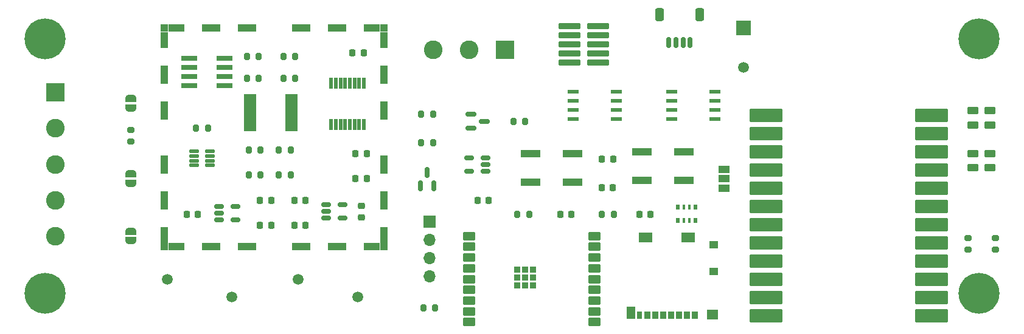
<source format=gts>
G04 #@! TF.GenerationSoftware,KiCad,Pcbnew,8.0.4*
G04 #@! TF.CreationDate,2024-09-08T07:48:53-07:00*
G04 #@! TF.ProjectId,Soil Power Sensor,536f696c-2050-46f7-9765-722053656e73,2.2.2*
G04 #@! TF.SameCoordinates,Original*
G04 #@! TF.FileFunction,Soldermask,Top*
G04 #@! TF.FilePolarity,Negative*
%FSLAX46Y46*%
G04 Gerber Fmt 4.6, Leading zero omitted, Abs format (unit mm)*
G04 Created by KiCad (PCBNEW 8.0.4) date 2024-09-08 07:48:53*
%MOMM*%
%LPD*%
G01*
G04 APERTURE LIST*
G04 Aperture macros list*
%AMRoundRect*
0 Rectangle with rounded corners*
0 $1 Rounding radius*
0 $2 $3 $4 $5 $6 $7 $8 $9 X,Y pos of 4 corners*
0 Add a 4 corners polygon primitive as box body*
4,1,4,$2,$3,$4,$5,$6,$7,$8,$9,$2,$3,0*
0 Add four circle primitives for the rounded corners*
1,1,$1+$1,$2,$3*
1,1,$1+$1,$4,$5*
1,1,$1+$1,$6,$7*
1,1,$1+$1,$8,$9*
0 Add four rect primitives between the rounded corners*
20,1,$1+$1,$2,$3,$4,$5,0*
20,1,$1+$1,$4,$5,$6,$7,0*
20,1,$1+$1,$6,$7,$8,$9,0*
20,1,$1+$1,$8,$9,$2,$3,0*%
%AMFreePoly0*
4,1,19,0.500000,-0.750000,0.000000,-0.750000,0.000000,-0.744911,-0.071157,-0.744911,-0.207708,-0.704816,-0.327430,-0.627875,-0.420627,-0.520320,-0.479746,-0.390866,-0.500000,-0.250000,-0.500000,0.250000,-0.479746,0.390866,-0.420627,0.520320,-0.327430,0.627875,-0.207708,0.704816,-0.071157,0.744911,0.000000,0.744911,0.000000,0.750000,0.500000,0.750000,0.500000,-0.750000,0.500000,-0.750000,
$1*%
%AMFreePoly1*
4,1,19,0.000000,0.744911,0.071157,0.744911,0.207708,0.704816,0.327430,0.627875,0.420627,0.520320,0.479746,0.390866,0.500000,0.250000,0.500000,-0.250000,0.479746,-0.390866,0.420627,-0.520320,0.327430,-0.627875,0.207708,-0.704816,0.071157,-0.744911,0.000000,-0.744911,0.000000,-0.750000,-0.500000,-0.750000,-0.500000,0.750000,0.000000,0.750000,0.000000,0.744911,0.000000,0.744911,
$1*%
G04 Aperture macros list end*
%ADD10C,1.500000*%
%ADD11RoundRect,0.200000X-0.200000X-0.275000X0.200000X-0.275000X0.200000X0.275000X-0.200000X0.275000X0*%
%ADD12R,2.000000X2.000000*%
%ADD13RoundRect,0.225000X-0.225000X-0.250000X0.225000X-0.250000X0.225000X0.250000X-0.225000X0.250000X0*%
%ADD14RoundRect,0.225000X0.225000X0.250000X-0.225000X0.250000X-0.225000X-0.250000X0.225000X-0.250000X0*%
%ADD15RoundRect,0.150000X-0.587500X-0.150000X0.587500X-0.150000X0.587500X0.150000X-0.587500X0.150000X0*%
%ADD16C,3.600000*%
%ADD17C,5.700000*%
%ADD18RoundRect,0.200000X0.200000X0.275000X-0.200000X0.275000X-0.200000X-0.275000X0.200000X-0.275000X0*%
%ADD19RoundRect,0.101600X-0.990000X-0.265000X0.990000X-0.265000X0.990000X0.265000X-0.990000X0.265000X0*%
%ADD20R,1.500000X1.000000*%
%ADD21R,2.600000X2.600000*%
%ADD22C,2.600000*%
%ADD23RoundRect,0.150000X0.150000X0.625000X-0.150000X0.625000X-0.150000X-0.625000X0.150000X-0.625000X0*%
%ADD24RoundRect,0.250000X0.350000X0.650000X-0.350000X0.650000X-0.350000X-0.650000X0.350000X-0.650000X0*%
%ADD25RoundRect,0.125000X-0.537500X-0.125000X0.537500X-0.125000X0.537500X0.125000X-0.537500X0.125000X0*%
%ADD26RoundRect,0.101600X-2.150000X-0.825000X2.150000X-0.825000X2.150000X0.825000X-2.150000X0.825000X0*%
%ADD27RoundRect,0.150000X-0.512500X-0.150000X0.512500X-0.150000X0.512500X0.150000X-0.512500X0.150000X0*%
%ADD28R,2.800000X1.000000*%
%ADD29RoundRect,0.102000X0.750000X0.450000X-0.750000X0.450000X-0.750000X-0.450000X0.750000X-0.450000X0*%
%ADD30RoundRect,0.102000X0.350000X0.350000X-0.350000X0.350000X-0.350000X-0.350000X0.350000X-0.350000X0*%
%ADD31RoundRect,0.200000X-0.275000X0.200000X-0.275000X-0.200000X0.275000X-0.200000X0.275000X0.200000X0*%
%ADD32R,0.500000X0.800000*%
%ADD33R,0.400000X0.800000*%
%ADD34R,1.000000X1.000000*%
%ADD35R,1.000000X2.300000*%
%ADD36R,1.000000X2.600000*%
%ADD37R,2.300000X1.000000*%
%ADD38R,2.600000X1.000000*%
%ADD39FreePoly0,270.000000*%
%ADD40FreePoly1,270.000000*%
%ADD41RoundRect,0.076650X-0.809950X-0.229950X0.809950X-0.229950X0.809950X0.229950X-0.809950X0.229950X0*%
%ADD42RoundRect,0.150000X0.512500X0.150000X-0.512500X0.150000X-0.512500X-0.150000X0.512500X-0.150000X0*%
%ADD43RoundRect,0.101600X1.385000X0.325000X-1.385000X0.325000X-1.385000X-0.325000X1.385000X-0.325000X0*%
%ADD44FreePoly0,90.000000*%
%ADD45FreePoly1,90.000000*%
%ADD46R,0.850000X1.100000*%
%ADD47R,0.750000X1.100000*%
%ADD48R,1.200000X1.000000*%
%ADD49R,1.550000X1.350000*%
%ADD50R,1.900000X1.350000*%
%ADD51R,1.170000X1.800000*%
%ADD52RoundRect,0.225000X-0.250000X0.225000X-0.250000X-0.225000X0.250000X-0.225000X0.250000X0.225000X0*%
%ADD53RoundRect,0.164042X0.635958X-0.335958X0.635958X0.335958X-0.635958X0.335958X-0.635958X-0.335958X0*%
%ADD54R,1.500000X0.600000*%
%ADD55RoundRect,0.200000X0.275000X-0.200000X0.275000X0.200000X-0.275000X0.200000X-0.275000X-0.200000X0*%
%ADD56RoundRect,0.150000X0.150000X-0.587500X0.150000X0.587500X-0.150000X0.587500X-0.150000X-0.587500X0*%
%ADD57R,1.700000X1.700000*%
%ADD58O,1.700000X1.700000*%
%ADD59RoundRect,0.050000X-0.225000X0.750000X-0.225000X-0.750000X0.225000X-0.750000X0.225000X0.750000X0*%
G04 APERTURE END LIST*
D10*
X213750000Y-55500000D03*
D11*
X149675000Y-57000000D03*
X151325000Y-57000000D03*
D12*
X213750000Y-50000000D03*
D13*
X159725000Y-67500000D03*
X161275000Y-67500000D03*
D14*
X152775000Y-74000000D03*
X151225000Y-74000000D03*
X152775000Y-77500000D03*
X151225000Y-77500000D03*
X160850000Y-53500000D03*
X159300000Y-53500000D03*
D11*
X149040000Y-70500000D03*
X150690000Y-70500000D03*
D15*
X175800000Y-62050000D03*
X175800000Y-63950000D03*
X177675000Y-63000000D03*
D16*
X116500000Y-51500000D03*
D17*
X116500000Y-51500000D03*
D13*
X159725000Y-71000000D03*
X161275000Y-71000000D03*
D10*
X133500000Y-85000000D03*
X160000000Y-87500000D03*
D18*
X195650000Y-76000000D03*
X194000000Y-76000000D03*
D19*
X136570000Y-54190000D03*
X136570000Y-55460000D03*
X136570000Y-56730000D03*
X136570000Y-58000000D03*
X141500000Y-58000000D03*
X141500000Y-56730000D03*
X141500000Y-55460000D03*
X141500000Y-54190000D03*
D16*
X116500000Y-87000000D03*
D17*
X116500000Y-87000000D03*
D20*
X211000000Y-69700000D03*
X211000000Y-71000000D03*
X211000000Y-72300000D03*
D11*
X144875000Y-67000000D03*
X146525000Y-67000000D03*
D14*
X148000000Y-77500000D03*
X146450000Y-77500000D03*
D18*
X183325000Y-63000000D03*
X181675000Y-63000000D03*
D11*
X137530000Y-64000000D03*
X139180000Y-64000000D03*
D10*
X142500000Y-87500000D03*
D11*
X182250000Y-76000000D03*
X183900000Y-76000000D03*
D21*
X180550000Y-53050000D03*
D22*
X175550000Y-53050000D03*
X170550000Y-53050000D03*
D13*
X146450000Y-74000000D03*
X148000000Y-74000000D03*
D14*
X195574239Y-68250000D03*
X194024239Y-68250000D03*
D23*
X206300000Y-52000000D03*
X205300000Y-52000000D03*
X204300000Y-52000000D03*
X203300000Y-52000000D03*
D24*
X207600000Y-48125000D03*
X202000000Y-48125000D03*
D25*
X137225000Y-67200000D03*
X137225000Y-67850000D03*
X137225000Y-68500000D03*
X137225000Y-69150000D03*
X139500000Y-69150000D03*
X139500000Y-68500000D03*
X139500000Y-67850000D03*
X139500000Y-67200000D03*
D16*
X246500000Y-51500000D03*
D17*
X246500000Y-51500000D03*
D26*
X216843331Y-62172127D03*
X216843331Y-64712127D03*
X216843331Y-67252127D03*
X216843331Y-69792127D03*
X216843331Y-72332127D03*
X216843331Y-74872127D03*
X216843331Y-77412127D03*
X216843331Y-79952127D03*
X216843331Y-82492127D03*
X216843331Y-85032127D03*
X216843331Y-87572127D03*
X216843331Y-90112127D03*
X239843331Y-90112127D03*
X239843331Y-87572127D03*
X239843331Y-85032127D03*
X239843331Y-82492127D03*
X239843331Y-79952127D03*
X239843331Y-77412127D03*
X239843331Y-74872127D03*
X239843331Y-72332127D03*
X239843331Y-69792127D03*
X239843331Y-67252127D03*
X239843331Y-64712127D03*
X239843331Y-62172127D03*
D27*
X140737500Y-74840000D03*
X140737500Y-75790000D03*
X140737500Y-76740000D03*
X143012500Y-76740000D03*
X143012500Y-74840000D03*
D14*
X137775000Y-76000000D03*
X136225000Y-76000000D03*
D13*
X188250000Y-76000000D03*
X189800000Y-76000000D03*
X199250000Y-76000000D03*
X200800000Y-76000000D03*
D28*
X184100000Y-67500000D03*
X189900000Y-67500000D03*
X184100000Y-71500000D03*
X189900000Y-71500000D03*
D21*
X118000000Y-59000000D03*
D22*
X118000000Y-64000000D03*
X118000000Y-69000000D03*
X118000000Y-74000000D03*
X118000000Y-79000000D03*
D29*
X193000000Y-91000000D03*
X193000000Y-89500000D03*
X193000000Y-88000000D03*
X193000000Y-86500000D03*
X193000000Y-85000000D03*
X193000000Y-83500000D03*
X193000000Y-82000000D03*
X193000000Y-80500000D03*
X193000000Y-79000000D03*
X175500000Y-79000000D03*
X175500000Y-80500000D03*
X175500000Y-82000000D03*
X175500000Y-83500000D03*
X175500000Y-85000000D03*
X175500000Y-86500000D03*
X175500000Y-88000000D03*
X175500000Y-89500000D03*
X175500000Y-91000000D03*
D30*
X184390000Y-85900000D03*
X183290000Y-85900000D03*
X182190000Y-85900000D03*
X184390000Y-84800000D03*
X183290000Y-84800000D03*
X182190000Y-84800000D03*
X184390000Y-83700000D03*
X183290000Y-83700000D03*
X182190000Y-83700000D03*
D31*
X248750000Y-79250000D03*
X248750000Y-80900000D03*
D18*
X170500000Y-62000000D03*
X168850000Y-62000000D03*
D14*
X178275000Y-74000000D03*
X176725000Y-74000000D03*
D32*
X204600000Y-76800000D03*
D33*
X205400000Y-76800000D03*
X206200000Y-76800000D03*
D32*
X207000000Y-76800000D03*
X207000000Y-75000000D03*
D33*
X206200000Y-75000000D03*
X205400000Y-75000000D03*
D32*
X204600000Y-75000000D03*
D34*
X133158455Y-50000000D03*
D35*
X133158455Y-51650000D03*
D36*
X133158455Y-56500000D03*
X133158455Y-61500000D03*
X133158455Y-69000000D03*
X133158455Y-74000000D03*
D35*
X133158455Y-78850000D03*
D34*
X133158455Y-80500000D03*
D37*
X134808455Y-50000000D03*
X134808455Y-80500000D03*
D38*
X139658455Y-50000000D03*
X139658455Y-80500000D03*
X144658455Y-50000000D03*
X144658455Y-80500000D03*
X152158455Y-50000000D03*
X152158455Y-80500000D03*
X157158455Y-50000000D03*
X157158455Y-80500000D03*
D37*
X162008455Y-50000000D03*
X162008455Y-80500000D03*
D34*
X163658455Y-50000000D03*
D35*
X163658455Y-51650000D03*
D36*
X163658455Y-56500000D03*
X163658455Y-61500000D03*
X163658455Y-69000000D03*
X163658455Y-74000000D03*
D35*
X163658455Y-78850000D03*
D34*
X163658455Y-80500000D03*
D39*
X128500000Y-78350000D03*
D40*
X128500000Y-79650000D03*
D11*
X144595000Y-54000000D03*
X146245000Y-54000000D03*
D41*
X145030000Y-59525000D03*
X145030000Y-60175000D03*
X145030000Y-60825000D03*
X145030000Y-61475000D03*
X145030000Y-62125000D03*
X145030000Y-62775000D03*
X145030000Y-63425000D03*
X145030000Y-64075000D03*
X150770000Y-64075000D03*
X150770000Y-63425000D03*
X150770000Y-62775000D03*
X150770000Y-62125000D03*
X150770000Y-61475000D03*
X150770000Y-60825000D03*
X150770000Y-60175000D03*
X150770000Y-59525000D03*
D42*
X177812500Y-70000000D03*
X177812500Y-69050000D03*
X177812500Y-68100000D03*
X175537500Y-68100000D03*
X175537500Y-70000000D03*
D10*
X151750000Y-85000000D03*
D43*
X193500000Y-54810000D03*
X189470000Y-54810000D03*
X193500000Y-53540000D03*
X189470000Y-53540000D03*
X193500000Y-52270000D03*
X189470000Y-52270000D03*
X193500000Y-51000000D03*
X189470000Y-51000000D03*
X193500000Y-49730000D03*
X189470000Y-49730000D03*
D44*
X128500000Y-61150000D03*
D45*
X128500000Y-59850000D03*
D11*
X144595000Y-57000000D03*
X146245000Y-57000000D03*
D18*
X170825000Y-89000000D03*
X169175000Y-89000000D03*
D46*
X206905000Y-90050000D03*
X205805000Y-90050000D03*
X204705000Y-90050000D03*
X203605000Y-90050000D03*
X202505000Y-90050000D03*
X201405000Y-90050000D03*
X200305000Y-90050000D03*
D47*
X199255000Y-90050000D03*
D48*
X209540000Y-83900000D03*
X209540000Y-80200000D03*
D49*
X209365000Y-89925000D03*
D50*
X206040000Y-79225000D03*
X200070000Y-79225000D03*
D51*
X198045000Y-89700000D03*
D52*
X160565000Y-74835000D03*
X160565000Y-76385000D03*
D16*
X246500000Y-87000000D03*
D17*
X246500000Y-87000000D03*
D53*
X248000000Y-69500000D03*
X248000000Y-67500000D03*
X248000000Y-63500000D03*
X248000000Y-61500000D03*
X245600000Y-69500000D03*
X245600000Y-67500000D03*
X245600000Y-63500000D03*
X245600000Y-61500000D03*
D54*
X203750000Y-58840000D03*
X203750000Y-60110000D03*
X203750000Y-61380000D03*
X203750000Y-62650000D03*
X209750000Y-62650000D03*
X209750000Y-61380000D03*
X209750000Y-60110000D03*
X209750000Y-58840000D03*
D27*
X155680000Y-74625000D03*
X155680000Y-75575000D03*
X155680000Y-76525000D03*
X157955000Y-76525000D03*
X157955000Y-74625000D03*
D44*
X128500000Y-71650000D03*
D45*
X128500000Y-70350000D03*
D11*
X144850000Y-70500000D03*
X146500000Y-70500000D03*
D55*
X128500000Y-65825000D03*
X128500000Y-64175000D03*
D13*
X193975000Y-72250000D03*
X195525000Y-72250000D03*
D11*
X168850000Y-66000000D03*
X170500000Y-66000000D03*
D54*
X190000000Y-58890000D03*
X190000000Y-60160000D03*
X190000000Y-61430000D03*
X190000000Y-62700000D03*
X196000000Y-62700000D03*
X196000000Y-61430000D03*
X196000000Y-60160000D03*
X196000000Y-58890000D03*
D28*
X199600000Y-67250000D03*
X205400000Y-67250000D03*
X199600000Y-71250000D03*
X205400000Y-71250000D03*
D56*
X168725000Y-72000000D03*
X170625000Y-72000000D03*
X169675000Y-70125000D03*
D57*
X170000000Y-77000000D03*
D58*
X170000000Y-79540000D03*
X170000000Y-82080000D03*
X170000000Y-84620000D03*
D11*
X149075000Y-67000000D03*
X150725000Y-67000000D03*
X149675000Y-54000000D03*
X151325000Y-54000000D03*
D55*
X245000000Y-80900000D03*
X245000000Y-79250000D03*
D59*
X160900000Y-57665000D03*
X160250000Y-57665000D03*
X159600000Y-57665000D03*
X158950000Y-57665000D03*
X158300000Y-57665000D03*
X157650000Y-57665000D03*
X157000000Y-57665000D03*
X156350000Y-57665000D03*
X156350000Y-63465000D03*
X157000000Y-63465000D03*
X157650000Y-63465000D03*
X158300000Y-63465000D03*
X158950000Y-63465000D03*
X159600000Y-63465000D03*
X160250000Y-63465000D03*
X160900000Y-63465000D03*
M02*

</source>
